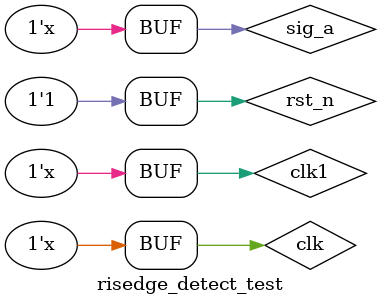
<source format=v>
`timescale      1ns/1ns
module risedge_detect_test();
reg clk;
reg rst_n;
reg sig_a;
wire  sig_a_risedge;
wire  sig_a_falledge;
wire  sig_a_anyedge1, sig_a_anyedge2;

reg clk1;

initial begin
	clk = 0;
	clk1 = 0;
	rst_n = 1;
	#2 rst_n = 0;
	#2 rst_n = 1;
	sig_a = 0;
end

always #5 clk = ~clk;

always #2 clk1 = ~clk1;

always #50 sig_a = ~sig_a;


posedge_detect risedge_u(
					.clk(clk),
					.rst_n(rst_n),
					.sig_a(sig_a),
					.sig_a_risedge(sig_a_risedge)
				);

falledge_detect falledge_u(
					.clk(clk),
					.rst_n(rst_n),
					.sig_a(sig_a),
					.sig_a_falledge(sig_a_falledge)
				  );

anyedge_detect anyedge_u1
				(.clk(clk),
				.rst_n(rst_n),
				.sig_a(sig_a),
				.sig_a_anyedge(sig_a_anyedge1)
				);

anyedge_detect anyedge_u2
				(.clk(clk1),
				.rst_n(rst_n),
				.sig_a(sig_a_anyedge1),
				.sig_a_anyedge(sig_a_anyedge2)
				);

endmodule
</source>
